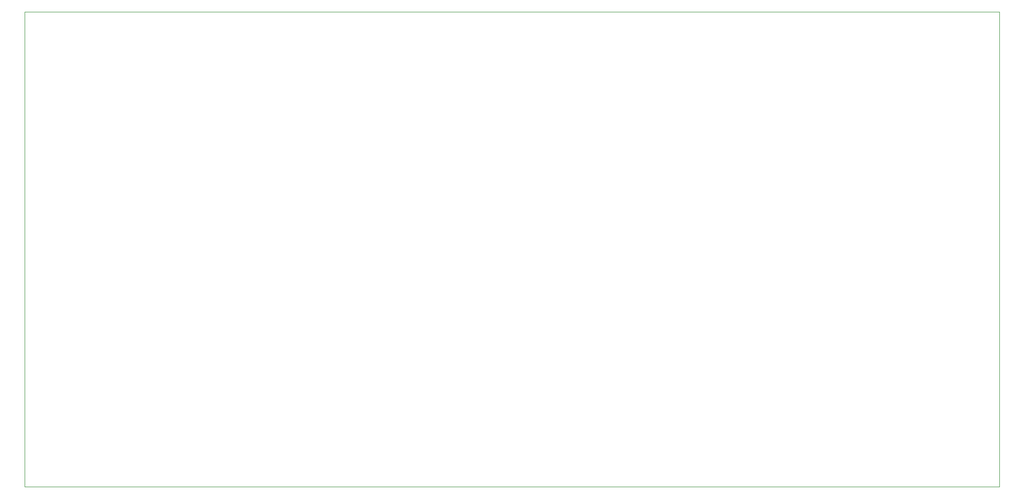
<source format=gbr>
%TF.GenerationSoftware,KiCad,Pcbnew,7.0.9*%
%TF.CreationDate,2024-05-27T22:26:10+09:00*%
%TF.ProjectId,segments-2-the-absurd,7365676d-656e-4747-932d-322d7468652d,rev?*%
%TF.SameCoordinates,Original*%
%TF.FileFunction,Profile,NP*%
%FSLAX46Y46*%
G04 Gerber Fmt 4.6, Leading zero omitted, Abs format (unit mm)*
G04 Created by KiCad (PCBNEW 7.0.9) date 2024-05-27 22:26:10*
%MOMM*%
%LPD*%
G01*
G04 APERTURE LIST*
%TA.AperFunction,Profile*%
%ADD10C,0.100000*%
%TD*%
G04 APERTURE END LIST*
D10*
X196824600Y-99009200D02*
X364312200Y-99009200D01*
X364312200Y-180619400D01*
X196824600Y-180619400D01*
X196824600Y-99009200D01*
M02*

</source>
